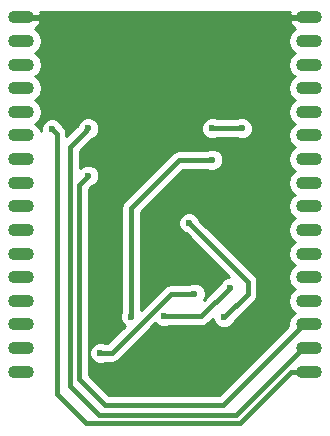
<source format=gbr>
G04 #@! TF.FileFunction,Copper,L2,Bot,Signal*
%FSLAX46Y46*%
G04 Gerber Fmt 4.6, Leading zero omitted, Abs format (unit mm)*
G04 Created by KiCad (PCBNEW 4.0.7-e2-6376~58~ubuntu16.04.1) date Thu Oct  4 00:19:24 2018*
%MOMM*%
%LPD*%
G01*
G04 APERTURE LIST*
%ADD10C,0.100000*%
%ADD11O,2.200000X1.100000*%
%ADD12C,0.600000*%
%ADD13C,0.400000*%
%ADD14C,0.254000*%
G04 APERTURE END LIST*
D10*
D11*
X136301100Y-112603600D03*
X136301100Y-114603600D03*
X136301100Y-116603600D03*
X136301100Y-118603600D03*
X136301100Y-120603600D03*
X136301100Y-122603600D03*
X136301100Y-124603600D03*
X136301100Y-126603600D03*
X136301100Y-128603600D03*
X136301100Y-130603600D03*
X136301100Y-132603600D03*
X136301100Y-134603600D03*
X136301100Y-136603600D03*
X136301100Y-138603600D03*
X136301100Y-140603600D03*
X136301100Y-142603600D03*
X160701100Y-142603600D03*
X160701100Y-140603600D03*
X160701100Y-138603600D03*
X160701100Y-136603600D03*
X160701100Y-134603600D03*
X160701100Y-132603600D03*
X160701100Y-130603600D03*
X160701100Y-128603600D03*
X160701100Y-126603600D03*
X160701100Y-124603600D03*
X160701100Y-122603600D03*
X160701100Y-120603600D03*
X160701100Y-118603600D03*
X160701100Y-116603600D03*
X160701100Y-114603600D03*
X160701100Y-112603600D03*
D12*
X143000000Y-130000000D03*
X145293178Y-141475991D03*
X156989698Y-129500000D03*
X157500000Y-135000000D03*
X150000000Y-135000000D03*
X150530529Y-130008376D03*
X153500000Y-138000000D03*
X145636544Y-137976841D03*
X152504591Y-124653732D03*
X155000000Y-122000000D03*
X152500000Y-122000000D03*
X138929876Y-122045706D03*
X142000000Y-122000000D03*
X142000000Y-126000000D03*
X148411239Y-137925460D03*
X154000000Y-135500000D03*
X143027609Y-141025496D03*
X151000000Y-136000000D03*
D13*
X150830528Y-130308375D02*
X150530529Y-130008376D01*
X155500000Y-134977847D02*
X150830528Y-130308375D01*
X155500000Y-136000000D02*
X155500000Y-134977847D01*
X153500000Y-138000000D02*
X155500000Y-136000000D01*
X152504591Y-124653732D02*
X149725602Y-124653732D01*
X149725602Y-124653732D02*
X145636544Y-128742790D01*
X145636544Y-137552577D02*
X145636544Y-137976841D01*
X145636544Y-128742790D02*
X145636544Y-137552577D01*
X152500000Y-122000000D02*
X155000000Y-122000000D01*
X139229875Y-122345705D02*
X138929876Y-122045706D01*
X139324062Y-122439892D02*
X139229875Y-122345705D01*
X139324062Y-144474421D02*
X139324062Y-122439892D01*
X141817274Y-146967633D02*
X139324062Y-144474421D01*
X154837067Y-146967633D02*
X141817274Y-146967633D01*
X159201100Y-142603600D02*
X154837067Y-146967633D01*
X160701100Y-142603600D02*
X159201100Y-142603600D01*
X160701100Y-140603600D02*
X160151100Y-140603600D01*
X160151100Y-140603600D02*
X154518082Y-146236618D01*
X154518082Y-146236618D02*
X142888075Y-146236618D01*
X142888075Y-146236618D02*
X140443766Y-143792309D01*
X140443766Y-143792309D02*
X140443766Y-123556234D01*
X140443766Y-123556234D02*
X141608171Y-122391829D01*
X141608171Y-122391829D02*
X142000000Y-122000000D01*
X160701100Y-138603600D02*
X160232768Y-138603600D01*
X153391683Y-145444685D02*
X143444685Y-145444685D01*
X160232768Y-138603600D02*
X153391683Y-145444685D01*
X143444685Y-145444685D02*
X141224101Y-143224101D01*
X141224101Y-143224101D02*
X141224101Y-126775899D01*
X141224101Y-126775899D02*
X142000000Y-126000000D01*
X148835503Y-137925460D02*
X148411239Y-137925460D01*
X154000000Y-135500000D02*
X151574540Y-137925460D01*
X151574540Y-137925460D02*
X148835503Y-137925460D01*
X151000000Y-136000000D02*
X149007759Y-136000000D01*
X149007759Y-136000000D02*
X143982263Y-141025496D01*
X143982263Y-141025496D02*
X143451873Y-141025496D01*
X143451873Y-141025496D02*
X143027609Y-141025496D01*
D14*
G36*
X159007702Y-112267454D02*
X159007297Y-112293856D01*
X159132739Y-112476600D01*
X160574100Y-112476600D01*
X160574100Y-112456600D01*
X160828100Y-112456600D01*
X160828100Y-112476600D01*
X160848100Y-112476600D01*
X160848100Y-112730600D01*
X160828100Y-112730600D01*
X160828100Y-112750600D01*
X160574100Y-112750600D01*
X160574100Y-112730600D01*
X159132739Y-112730600D01*
X159007297Y-112913344D01*
X159007702Y-112939746D01*
X159223376Y-113351718D01*
X159523543Y-113602405D01*
X159279187Y-113765678D01*
X159022312Y-114150120D01*
X158932109Y-114603600D01*
X159022312Y-115057080D01*
X159279187Y-115441522D01*
X159521755Y-115603600D01*
X159279187Y-115765678D01*
X159022312Y-116150120D01*
X158932109Y-116603600D01*
X159022312Y-117057080D01*
X159279187Y-117441522D01*
X159521755Y-117603600D01*
X159279187Y-117765678D01*
X159022312Y-118150120D01*
X158932109Y-118603600D01*
X159022312Y-119057080D01*
X159279187Y-119441522D01*
X159521755Y-119603600D01*
X159279187Y-119765678D01*
X159022312Y-120150120D01*
X158932109Y-120603600D01*
X159022312Y-121057080D01*
X159279187Y-121441522D01*
X159521755Y-121603600D01*
X159279187Y-121765678D01*
X159022312Y-122150120D01*
X158932109Y-122603600D01*
X159022312Y-123057080D01*
X159279187Y-123441522D01*
X159521755Y-123603600D01*
X159279187Y-123765678D01*
X159022312Y-124150120D01*
X158932109Y-124603600D01*
X159022312Y-125057080D01*
X159279187Y-125441522D01*
X159521755Y-125603600D01*
X159279187Y-125765678D01*
X159022312Y-126150120D01*
X158932109Y-126603600D01*
X159022312Y-127057080D01*
X159279187Y-127441522D01*
X159521755Y-127603600D01*
X159279187Y-127765678D01*
X159022312Y-128150120D01*
X158932109Y-128603600D01*
X159022312Y-129057080D01*
X159279187Y-129441522D01*
X159521755Y-129603600D01*
X159279187Y-129765678D01*
X159022312Y-130150120D01*
X158932109Y-130603600D01*
X159022312Y-131057080D01*
X159279187Y-131441522D01*
X159521755Y-131603600D01*
X159279187Y-131765678D01*
X159022312Y-132150120D01*
X158932109Y-132603600D01*
X159022312Y-133057080D01*
X159279187Y-133441522D01*
X159521755Y-133603600D01*
X159279187Y-133765678D01*
X159022312Y-134150120D01*
X158932109Y-134603600D01*
X159022312Y-135057080D01*
X159279187Y-135441522D01*
X159521755Y-135603600D01*
X159279187Y-135765678D01*
X159022312Y-136150120D01*
X158932109Y-136603600D01*
X159022312Y-137057080D01*
X159279187Y-137441522D01*
X159521755Y-137603600D01*
X159279187Y-137765678D01*
X159022312Y-138150120D01*
X158932109Y-138603600D01*
X158951984Y-138703516D01*
X153045815Y-144609685D01*
X143790553Y-144609685D01*
X142059101Y-142878233D01*
X142059101Y-141210663D01*
X142092447Y-141210663D01*
X142234492Y-141554439D01*
X142497282Y-141817688D01*
X142840810Y-141960334D01*
X143212776Y-141960658D01*
X143455187Y-141860496D01*
X143982263Y-141860496D01*
X144301804Y-141796935D01*
X144572697Y-141615930D01*
X147676122Y-138512505D01*
X147880912Y-138717652D01*
X148224440Y-138860298D01*
X148596406Y-138860622D01*
X148838817Y-138760460D01*
X151574540Y-138760460D01*
X151894081Y-138696899D01*
X152164974Y-138515894D01*
X152564898Y-138115970D01*
X152564838Y-138185167D01*
X152706883Y-138528943D01*
X152969673Y-138792192D01*
X153313201Y-138934838D01*
X153685167Y-138935162D01*
X154028943Y-138793117D01*
X154292192Y-138530327D01*
X154392778Y-138288090D01*
X156090434Y-136590434D01*
X156194400Y-136434838D01*
X156271439Y-136319541D01*
X156335000Y-136000000D01*
X156335000Y-134977847D01*
X156281102Y-134706883D01*
X156271440Y-134658307D01*
X156090434Y-134387413D01*
X151423064Y-129720043D01*
X151323646Y-129479433D01*
X151060856Y-129216184D01*
X150717328Y-129073538D01*
X150345362Y-129073214D01*
X150001586Y-129215259D01*
X149738337Y-129478049D01*
X149595691Y-129821577D01*
X149595367Y-130193543D01*
X149737412Y-130537319D01*
X150000202Y-130800568D01*
X150242439Y-130901154D01*
X153906203Y-134564918D01*
X153814833Y-134564838D01*
X153471057Y-134706883D01*
X153207808Y-134969673D01*
X153107222Y-135211910D01*
X151794597Y-136524535D01*
X151934838Y-136186799D01*
X151935162Y-135814833D01*
X151793117Y-135471057D01*
X151530327Y-135207808D01*
X151186799Y-135065162D01*
X150814833Y-135064838D01*
X150572422Y-135165000D01*
X149007759Y-135165000D01*
X148688219Y-135228560D01*
X148417325Y-135409566D01*
X146471544Y-137355347D01*
X146471544Y-129088658D01*
X150071470Y-125488732D01*
X152077357Y-125488732D01*
X152317792Y-125588570D01*
X152689758Y-125588894D01*
X153033534Y-125446849D01*
X153296783Y-125184059D01*
X153439429Y-124840531D01*
X153439753Y-124468565D01*
X153297708Y-124124789D01*
X153034918Y-123861540D01*
X152691390Y-123718894D01*
X152319424Y-123718570D01*
X152077013Y-123818732D01*
X149725602Y-123818732D01*
X149406061Y-123882293D01*
X149135168Y-124063298D01*
X145046110Y-128152356D01*
X144865105Y-128423249D01*
X144801544Y-128742790D01*
X144801544Y-137549607D01*
X144701706Y-137790042D01*
X144701382Y-138162008D01*
X144843427Y-138505784D01*
X145082059Y-138744832D01*
X143636395Y-140190496D01*
X143454843Y-140190496D01*
X143214408Y-140090658D01*
X142842442Y-140090334D01*
X142498666Y-140232379D01*
X142235417Y-140495169D01*
X142092771Y-140838697D01*
X142092447Y-141210663D01*
X142059101Y-141210663D01*
X142059101Y-127121767D01*
X142288333Y-126892535D01*
X142528943Y-126793117D01*
X142792192Y-126530327D01*
X142934838Y-126186799D01*
X142935162Y-125814833D01*
X142793117Y-125471057D01*
X142530327Y-125207808D01*
X142186799Y-125065162D01*
X141814833Y-125064838D01*
X141471057Y-125206883D01*
X141278766Y-125398839D01*
X141278766Y-123902102D01*
X142288333Y-122892535D01*
X142528943Y-122793117D01*
X142792192Y-122530327D01*
X142934838Y-122186799D01*
X142934839Y-122185167D01*
X151564838Y-122185167D01*
X151706883Y-122528943D01*
X151969673Y-122792192D01*
X152313201Y-122934838D01*
X152685167Y-122935162D01*
X152927578Y-122835000D01*
X154572766Y-122835000D01*
X154813201Y-122934838D01*
X155185167Y-122935162D01*
X155528943Y-122793117D01*
X155792192Y-122530327D01*
X155934838Y-122186799D01*
X155935162Y-121814833D01*
X155793117Y-121471057D01*
X155530327Y-121207808D01*
X155186799Y-121065162D01*
X154814833Y-121064838D01*
X154572422Y-121165000D01*
X152927234Y-121165000D01*
X152686799Y-121065162D01*
X152314833Y-121064838D01*
X151971057Y-121206883D01*
X151707808Y-121469673D01*
X151565162Y-121813201D01*
X151564838Y-122185167D01*
X142934839Y-122185167D01*
X142935162Y-121814833D01*
X142793117Y-121471057D01*
X142530327Y-121207808D01*
X142186799Y-121065162D01*
X141814833Y-121064838D01*
X141471057Y-121206883D01*
X141207808Y-121469673D01*
X141107222Y-121711910D01*
X140159062Y-122660070D01*
X140159062Y-122439892D01*
X140135123Y-122319541D01*
X140095502Y-122120352D01*
X139914496Y-121849458D01*
X139822411Y-121757373D01*
X139722993Y-121516763D01*
X139460203Y-121253514D01*
X139116675Y-121110868D01*
X138744709Y-121110544D01*
X138400933Y-121252589D01*
X138137684Y-121515379D01*
X137995038Y-121858907D01*
X137994719Y-122224682D01*
X137979888Y-122150120D01*
X137723013Y-121765678D01*
X137480445Y-121603600D01*
X137723013Y-121441522D01*
X137979888Y-121057080D01*
X138070091Y-120603600D01*
X137979888Y-120150120D01*
X137723013Y-119765678D01*
X137480445Y-119603600D01*
X137723013Y-119441522D01*
X137979888Y-119057080D01*
X138070091Y-118603600D01*
X137979888Y-118150120D01*
X137723013Y-117765678D01*
X137480445Y-117603600D01*
X137723013Y-117441522D01*
X137979888Y-117057080D01*
X138070091Y-116603600D01*
X137979888Y-116150120D01*
X137723013Y-115765678D01*
X137480445Y-115603600D01*
X137723013Y-115441522D01*
X137979888Y-115057080D01*
X138070091Y-114603600D01*
X137979888Y-114150120D01*
X137723013Y-113765678D01*
X137478657Y-113602405D01*
X137778824Y-113351718D01*
X137994498Y-112939746D01*
X137994903Y-112913344D01*
X137869461Y-112730600D01*
X136428100Y-112730600D01*
X136428100Y-112750600D01*
X136174100Y-112750600D01*
X136174100Y-112730600D01*
X136154100Y-112730600D01*
X136154100Y-112476600D01*
X136174100Y-112476600D01*
X136174100Y-112456600D01*
X136428100Y-112456600D01*
X136428100Y-112476600D01*
X137869461Y-112476600D01*
X137994903Y-112293856D01*
X137994498Y-112267454D01*
X137920968Y-112127000D01*
X159081232Y-112127000D01*
X159007702Y-112267454D01*
X159007702Y-112267454D01*
G37*
X159007702Y-112267454D02*
X159007297Y-112293856D01*
X159132739Y-112476600D01*
X160574100Y-112476600D01*
X160574100Y-112456600D01*
X160828100Y-112456600D01*
X160828100Y-112476600D01*
X160848100Y-112476600D01*
X160848100Y-112730600D01*
X160828100Y-112730600D01*
X160828100Y-112750600D01*
X160574100Y-112750600D01*
X160574100Y-112730600D01*
X159132739Y-112730600D01*
X159007297Y-112913344D01*
X159007702Y-112939746D01*
X159223376Y-113351718D01*
X159523543Y-113602405D01*
X159279187Y-113765678D01*
X159022312Y-114150120D01*
X158932109Y-114603600D01*
X159022312Y-115057080D01*
X159279187Y-115441522D01*
X159521755Y-115603600D01*
X159279187Y-115765678D01*
X159022312Y-116150120D01*
X158932109Y-116603600D01*
X159022312Y-117057080D01*
X159279187Y-117441522D01*
X159521755Y-117603600D01*
X159279187Y-117765678D01*
X159022312Y-118150120D01*
X158932109Y-118603600D01*
X159022312Y-119057080D01*
X159279187Y-119441522D01*
X159521755Y-119603600D01*
X159279187Y-119765678D01*
X159022312Y-120150120D01*
X158932109Y-120603600D01*
X159022312Y-121057080D01*
X159279187Y-121441522D01*
X159521755Y-121603600D01*
X159279187Y-121765678D01*
X159022312Y-122150120D01*
X158932109Y-122603600D01*
X159022312Y-123057080D01*
X159279187Y-123441522D01*
X159521755Y-123603600D01*
X159279187Y-123765678D01*
X159022312Y-124150120D01*
X158932109Y-124603600D01*
X159022312Y-125057080D01*
X159279187Y-125441522D01*
X159521755Y-125603600D01*
X159279187Y-125765678D01*
X159022312Y-126150120D01*
X158932109Y-126603600D01*
X159022312Y-127057080D01*
X159279187Y-127441522D01*
X159521755Y-127603600D01*
X159279187Y-127765678D01*
X159022312Y-128150120D01*
X158932109Y-128603600D01*
X159022312Y-129057080D01*
X159279187Y-129441522D01*
X159521755Y-129603600D01*
X159279187Y-129765678D01*
X159022312Y-130150120D01*
X158932109Y-130603600D01*
X159022312Y-131057080D01*
X159279187Y-131441522D01*
X159521755Y-131603600D01*
X159279187Y-131765678D01*
X159022312Y-132150120D01*
X158932109Y-132603600D01*
X159022312Y-133057080D01*
X159279187Y-133441522D01*
X159521755Y-133603600D01*
X159279187Y-133765678D01*
X159022312Y-134150120D01*
X158932109Y-134603600D01*
X159022312Y-135057080D01*
X159279187Y-135441522D01*
X159521755Y-135603600D01*
X159279187Y-135765678D01*
X159022312Y-136150120D01*
X158932109Y-136603600D01*
X159022312Y-137057080D01*
X159279187Y-137441522D01*
X159521755Y-137603600D01*
X159279187Y-137765678D01*
X159022312Y-138150120D01*
X158932109Y-138603600D01*
X158951984Y-138703516D01*
X153045815Y-144609685D01*
X143790553Y-144609685D01*
X142059101Y-142878233D01*
X142059101Y-141210663D01*
X142092447Y-141210663D01*
X142234492Y-141554439D01*
X142497282Y-141817688D01*
X142840810Y-141960334D01*
X143212776Y-141960658D01*
X143455187Y-141860496D01*
X143982263Y-141860496D01*
X144301804Y-141796935D01*
X144572697Y-141615930D01*
X147676122Y-138512505D01*
X147880912Y-138717652D01*
X148224440Y-138860298D01*
X148596406Y-138860622D01*
X148838817Y-138760460D01*
X151574540Y-138760460D01*
X151894081Y-138696899D01*
X152164974Y-138515894D01*
X152564898Y-138115970D01*
X152564838Y-138185167D01*
X152706883Y-138528943D01*
X152969673Y-138792192D01*
X153313201Y-138934838D01*
X153685167Y-138935162D01*
X154028943Y-138793117D01*
X154292192Y-138530327D01*
X154392778Y-138288090D01*
X156090434Y-136590434D01*
X156194400Y-136434838D01*
X156271439Y-136319541D01*
X156335000Y-136000000D01*
X156335000Y-134977847D01*
X156281102Y-134706883D01*
X156271440Y-134658307D01*
X156090434Y-134387413D01*
X151423064Y-129720043D01*
X151323646Y-129479433D01*
X151060856Y-129216184D01*
X150717328Y-129073538D01*
X150345362Y-129073214D01*
X150001586Y-129215259D01*
X149738337Y-129478049D01*
X149595691Y-129821577D01*
X149595367Y-130193543D01*
X149737412Y-130537319D01*
X150000202Y-130800568D01*
X150242439Y-130901154D01*
X153906203Y-134564918D01*
X153814833Y-134564838D01*
X153471057Y-134706883D01*
X153207808Y-134969673D01*
X153107222Y-135211910D01*
X151794597Y-136524535D01*
X151934838Y-136186799D01*
X151935162Y-135814833D01*
X151793117Y-135471057D01*
X151530327Y-135207808D01*
X151186799Y-135065162D01*
X150814833Y-135064838D01*
X150572422Y-135165000D01*
X149007759Y-135165000D01*
X148688219Y-135228560D01*
X148417325Y-135409566D01*
X146471544Y-137355347D01*
X146471544Y-129088658D01*
X150071470Y-125488732D01*
X152077357Y-125488732D01*
X152317792Y-125588570D01*
X152689758Y-125588894D01*
X153033534Y-125446849D01*
X153296783Y-125184059D01*
X153439429Y-124840531D01*
X153439753Y-124468565D01*
X153297708Y-124124789D01*
X153034918Y-123861540D01*
X152691390Y-123718894D01*
X152319424Y-123718570D01*
X152077013Y-123818732D01*
X149725602Y-123818732D01*
X149406061Y-123882293D01*
X149135168Y-124063298D01*
X145046110Y-128152356D01*
X144865105Y-128423249D01*
X144801544Y-128742790D01*
X144801544Y-137549607D01*
X144701706Y-137790042D01*
X144701382Y-138162008D01*
X144843427Y-138505784D01*
X145082059Y-138744832D01*
X143636395Y-140190496D01*
X143454843Y-140190496D01*
X143214408Y-140090658D01*
X142842442Y-140090334D01*
X142498666Y-140232379D01*
X142235417Y-140495169D01*
X142092771Y-140838697D01*
X142092447Y-141210663D01*
X142059101Y-141210663D01*
X142059101Y-127121767D01*
X142288333Y-126892535D01*
X142528943Y-126793117D01*
X142792192Y-126530327D01*
X142934838Y-126186799D01*
X142935162Y-125814833D01*
X142793117Y-125471057D01*
X142530327Y-125207808D01*
X142186799Y-125065162D01*
X141814833Y-125064838D01*
X141471057Y-125206883D01*
X141278766Y-125398839D01*
X141278766Y-123902102D01*
X142288333Y-122892535D01*
X142528943Y-122793117D01*
X142792192Y-122530327D01*
X142934838Y-122186799D01*
X142934839Y-122185167D01*
X151564838Y-122185167D01*
X151706883Y-122528943D01*
X151969673Y-122792192D01*
X152313201Y-122934838D01*
X152685167Y-122935162D01*
X152927578Y-122835000D01*
X154572766Y-122835000D01*
X154813201Y-122934838D01*
X155185167Y-122935162D01*
X155528943Y-122793117D01*
X155792192Y-122530327D01*
X155934838Y-122186799D01*
X155935162Y-121814833D01*
X155793117Y-121471057D01*
X155530327Y-121207808D01*
X155186799Y-121065162D01*
X154814833Y-121064838D01*
X154572422Y-121165000D01*
X152927234Y-121165000D01*
X152686799Y-121065162D01*
X152314833Y-121064838D01*
X151971057Y-121206883D01*
X151707808Y-121469673D01*
X151565162Y-121813201D01*
X151564838Y-122185167D01*
X142934839Y-122185167D01*
X142935162Y-121814833D01*
X142793117Y-121471057D01*
X142530327Y-121207808D01*
X142186799Y-121065162D01*
X141814833Y-121064838D01*
X141471057Y-121206883D01*
X141207808Y-121469673D01*
X141107222Y-121711910D01*
X140159062Y-122660070D01*
X140159062Y-122439892D01*
X140135123Y-122319541D01*
X140095502Y-122120352D01*
X139914496Y-121849458D01*
X139822411Y-121757373D01*
X139722993Y-121516763D01*
X139460203Y-121253514D01*
X139116675Y-121110868D01*
X138744709Y-121110544D01*
X138400933Y-121252589D01*
X138137684Y-121515379D01*
X137995038Y-121858907D01*
X137994719Y-122224682D01*
X137979888Y-122150120D01*
X137723013Y-121765678D01*
X137480445Y-121603600D01*
X137723013Y-121441522D01*
X137979888Y-121057080D01*
X138070091Y-120603600D01*
X137979888Y-120150120D01*
X137723013Y-119765678D01*
X137480445Y-119603600D01*
X137723013Y-119441522D01*
X137979888Y-119057080D01*
X138070091Y-118603600D01*
X137979888Y-118150120D01*
X137723013Y-117765678D01*
X137480445Y-117603600D01*
X137723013Y-117441522D01*
X137979888Y-117057080D01*
X138070091Y-116603600D01*
X137979888Y-116150120D01*
X137723013Y-115765678D01*
X137480445Y-115603600D01*
X137723013Y-115441522D01*
X137979888Y-115057080D01*
X138070091Y-114603600D01*
X137979888Y-114150120D01*
X137723013Y-113765678D01*
X137478657Y-113602405D01*
X137778824Y-113351718D01*
X137994498Y-112939746D01*
X137994903Y-112913344D01*
X137869461Y-112730600D01*
X136428100Y-112730600D01*
X136428100Y-112750600D01*
X136174100Y-112750600D01*
X136174100Y-112730600D01*
X136154100Y-112730600D01*
X136154100Y-112476600D01*
X136174100Y-112476600D01*
X136174100Y-112456600D01*
X136428100Y-112456600D01*
X136428100Y-112476600D01*
X137869461Y-112476600D01*
X137994903Y-112293856D01*
X137994498Y-112267454D01*
X137920968Y-112127000D01*
X159081232Y-112127000D01*
X159007702Y-112267454D01*
M02*

</source>
